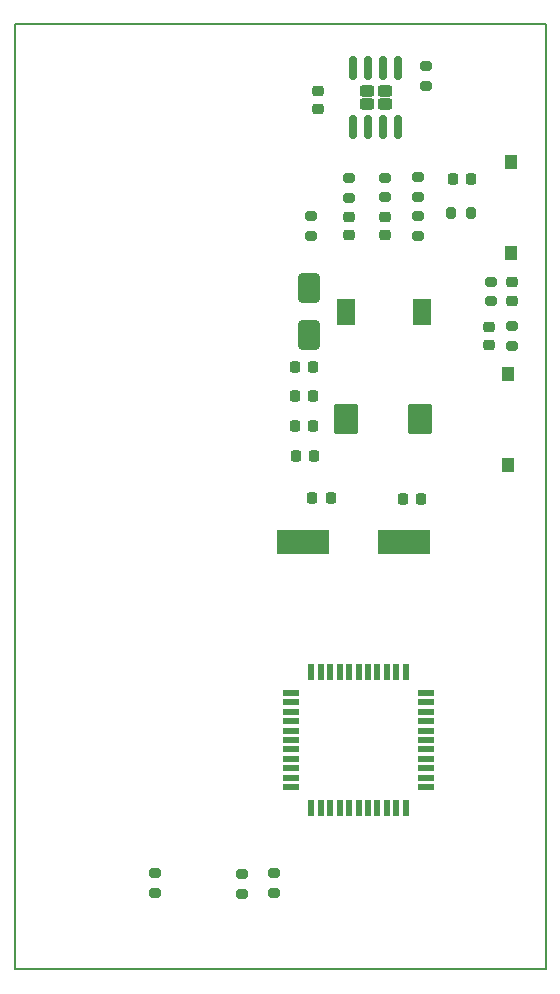
<source format=gtp>
%TF.GenerationSoftware,KiCad,Pcbnew,8.0.7*%
%TF.CreationDate,2025-03-07T17:05:54+07:00*%
%TF.ProjectId,BTL_NGUYENTRUNG,42544c5f-4e47-4555-9945-4e5452554e47,rev?*%
%TF.SameCoordinates,Original*%
%TF.FileFunction,Paste,Top*%
%TF.FilePolarity,Positive*%
%FSLAX46Y46*%
G04 Gerber Fmt 4.6, Leading zero omitted, Abs format (unit mm)*
G04 Created by KiCad (PCBNEW 8.0.7) date 2025-03-07 17:05:54*
%MOMM*%
%LPD*%
G01*
G04 APERTURE LIST*
G04 Aperture macros list*
%AMRoundRect*
0 Rectangle with rounded corners*
0 $1 Rounding radius*
0 $2 $3 $4 $5 $6 $7 $8 $9 X,Y pos of 4 corners*
0 Add a 4 corners polygon primitive as box body*
4,1,4,$2,$3,$4,$5,$6,$7,$8,$9,$2,$3,0*
0 Add four circle primitives for the rounded corners*
1,1,$1+$1,$2,$3*
1,1,$1+$1,$4,$5*
1,1,$1+$1,$6,$7*
1,1,$1+$1,$8,$9*
0 Add four rect primitives between the rounded corners*
20,1,$1+$1,$2,$3,$4,$5,0*
20,1,$1+$1,$4,$5,$6,$7,0*
20,1,$1+$1,$6,$7,$8,$9,0*
20,1,$1+$1,$8,$9,$2,$3,0*%
G04 Aperture macros list end*
%ADD10R,1.000000X1.250000*%
%ADD11RoundRect,0.225000X0.225000X0.250000X-0.225000X0.250000X-0.225000X-0.250000X0.225000X-0.250000X0*%
%ADD12RoundRect,0.200000X-0.275000X0.200000X-0.275000X-0.200000X0.275000X-0.200000X0.275000X0.200000X0*%
%ADD13RoundRect,0.225000X0.250000X-0.225000X0.250000X0.225000X-0.250000X0.225000X-0.250000X-0.225000X0*%
%ADD14RoundRect,0.225000X-0.225000X-0.250000X0.225000X-0.250000X0.225000X0.250000X-0.225000X0.250000X0*%
%ADD15R,0.482600X1.473200*%
%ADD16R,1.473200X0.482600*%
%ADD17RoundRect,0.200000X0.200000X0.275000X-0.200000X0.275000X-0.200000X-0.275000X0.200000X-0.275000X0*%
%ADD18R,1.500000X2.200000*%
%ADD19RoundRect,0.240000X0.385000X-0.240000X0.385000X0.240000X-0.385000X0.240000X-0.385000X-0.240000X0*%
%ADD20RoundRect,0.150000X0.150000X-0.825000X0.150000X0.825000X-0.150000X0.825000X-0.150000X-0.825000X0*%
%ADD21RoundRect,0.200000X0.275000X-0.200000X0.275000X0.200000X-0.275000X0.200000X-0.275000X-0.200000X0*%
%ADD22R,4.500000X2.000000*%
%ADD23RoundRect,0.218750X-0.256250X0.218750X-0.256250X-0.218750X0.256250X-0.218750X0.256250X0.218750X0*%
%ADD24RoundRect,0.250000X-0.650000X1.000000X-0.650000X-1.000000X0.650000X-1.000000X0.650000X1.000000X0*%
%ADD25RoundRect,0.225000X-0.250000X0.225000X-0.250000X-0.225000X0.250000X-0.225000X0.250000X0.225000X0*%
%ADD26RoundRect,0.250000X0.787500X1.025000X-0.787500X1.025000X-0.787500X-1.025000X0.787500X-1.025000X0*%
%TA.AperFunction,Profile*%
%ADD27C,0.200000*%
%TD*%
G04 APERTURE END LIST*
D10*
%TO.C,SW1*%
X84100000Y-39575000D03*
X84100000Y-31825000D03*
%TD*%
D11*
%TO.C,C5*%
X67400000Y-54200000D03*
X65850000Y-54200000D03*
%TD*%
D12*
%TO.C,R16*%
X76300000Y-33175000D03*
X76300000Y-34825000D03*
%TD*%
D11*
%TO.C,C6*%
X67400000Y-51690000D03*
X65850000Y-51690000D03*
%TD*%
D13*
%TO.C,C15*%
X73500000Y-38050000D03*
X73500000Y-36500000D03*
%TD*%
D14*
%TO.C,C2*%
X74950000Y-60400000D03*
X76500000Y-60400000D03*
%TD*%
D15*
%TO.C,U1*%
X67237200Y-86540400D03*
X68024600Y-86540400D03*
X68837400Y-86540400D03*
X69624800Y-86540400D03*
X70437600Y-86540400D03*
X71225000Y-86540400D03*
X72012400Y-86540400D03*
X72825200Y-86540400D03*
X73612600Y-86540400D03*
X74425400Y-86540400D03*
X75212800Y-86540400D03*
D16*
X76965400Y-84787800D03*
X76965400Y-84000400D03*
X76965400Y-83187600D03*
X76965400Y-82400200D03*
X76965400Y-81587400D03*
X76965400Y-80800000D03*
X76965400Y-80012600D03*
X76965400Y-79199800D03*
X76965400Y-78412400D03*
X76965400Y-77599600D03*
X76965400Y-76812200D03*
D15*
X75212800Y-75059600D03*
X74425400Y-75059600D03*
X73612600Y-75059600D03*
X72825200Y-75059600D03*
X72012400Y-75059600D03*
X71225000Y-75059600D03*
X70437600Y-75059600D03*
X69624800Y-75059600D03*
X68837400Y-75059600D03*
X68024600Y-75059600D03*
X67237200Y-75059600D03*
D16*
X65484600Y-76812200D03*
X65484600Y-77599600D03*
X65484600Y-78412400D03*
X65484600Y-79199800D03*
X65484600Y-80012600D03*
X65484600Y-80800000D03*
X65484600Y-81587400D03*
X65484600Y-82400200D03*
X65484600Y-83187600D03*
X65484600Y-84000400D03*
X65484600Y-84787800D03*
%TD*%
D13*
%TO.C,C13*%
X70400000Y-38075000D03*
X70400000Y-36525000D03*
%TD*%
D17*
%TO.C,R1*%
X80725000Y-36200000D03*
X79075000Y-36200000D03*
%TD*%
D11*
%TO.C,C7*%
X67400000Y-49180000D03*
X65850000Y-49180000D03*
%TD*%
D18*
%TO.C,L2*%
X70200000Y-44600000D03*
X76600000Y-44600000D03*
%TD*%
D10*
%TO.C,SW2*%
X83900000Y-57550000D03*
X83900000Y-49800000D03*
%TD*%
D19*
%TO.C,U3*%
X71950000Y-26970000D03*
X73450000Y-26970000D03*
X71950000Y-25830000D03*
X73450000Y-25830000D03*
D20*
X70795000Y-28875000D03*
X72065000Y-28875000D03*
X73335000Y-28875000D03*
X74605000Y-28875000D03*
X74605000Y-23925000D03*
X73335000Y-23925000D03*
X72065000Y-23925000D03*
X70795000Y-23925000D03*
%TD*%
D21*
%TO.C,R17*%
X76300000Y-38125000D03*
X76300000Y-36475000D03*
%TD*%
%TO.C,R12*%
X70400000Y-34900000D03*
X70400000Y-33250000D03*
%TD*%
D12*
%TO.C,R20*%
X54000000Y-92075000D03*
X54000000Y-93725000D03*
%TD*%
D11*
%TO.C,C1*%
X80750000Y-33300000D03*
X79200000Y-33300000D03*
%TD*%
D22*
%TO.C,Y1*%
X66550000Y-64000000D03*
X75050000Y-64000000D03*
%TD*%
D21*
%TO.C,R14*%
X76900000Y-25425000D03*
X76900000Y-23775000D03*
%TD*%
D23*
%TO.C,D4*%
X84200000Y-42025000D03*
X84200000Y-43600000D03*
%TD*%
D24*
%TO.C,D3*%
X67000000Y-42500000D03*
X67000000Y-46500000D03*
%TD*%
D14*
%TO.C,C3*%
X67325000Y-60300000D03*
X68875000Y-60300000D03*
%TD*%
D21*
%TO.C,R18*%
X82400000Y-43637500D03*
X82400000Y-41987500D03*
%TD*%
%TO.C,R13*%
X67200000Y-38125000D03*
X67200000Y-36475000D03*
%TD*%
D12*
%TO.C,R11*%
X84200000Y-45750000D03*
X84200000Y-47400000D03*
%TD*%
D25*
%TO.C,C16*%
X82300000Y-45800000D03*
X82300000Y-47350000D03*
%TD*%
D21*
%TO.C,R15*%
X73500000Y-34850000D03*
X73500000Y-33200000D03*
%TD*%
%TO.C,R22*%
X64100000Y-93725000D03*
X64100000Y-92075000D03*
%TD*%
D26*
%TO.C,C8*%
X76412500Y-53600000D03*
X70187500Y-53600000D03*
%TD*%
D21*
%TO.C,R21*%
X61400000Y-93825000D03*
X61400000Y-92175000D03*
%TD*%
D25*
%TO.C,C14*%
X67800000Y-25825000D03*
X67800000Y-27375000D03*
%TD*%
D11*
%TO.C,C4*%
X67472500Y-56740000D03*
X65922500Y-56740000D03*
%TD*%
D27*
X42100000Y-20200000D02*
X87100000Y-20200000D01*
X87100000Y-100200000D01*
X42100000Y-100200000D01*
X42100000Y-20200000D01*
M02*

</source>
